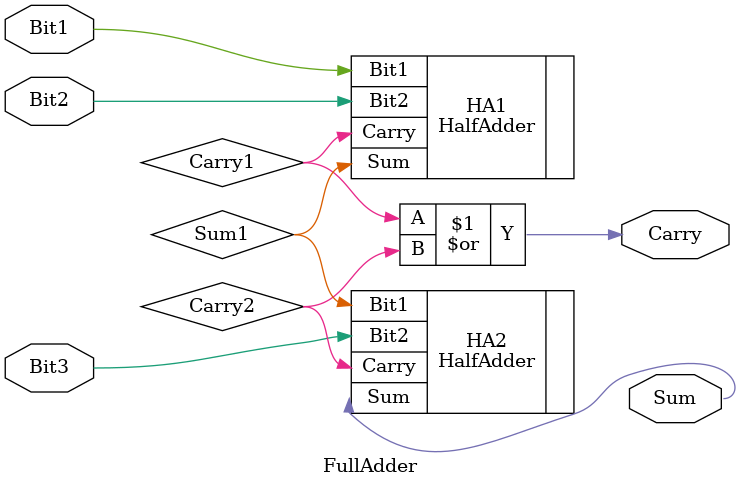
<source format=v>
`include "./half-adder.v"

module FullAdder(
	output	Carry,
			Sum,
	input	Bit1, 
			Bit2, 
			Bit3
);
	wire	Sum1,
			Carry1,
			Carry2;

	HalfAdder 	HA1(.Carry (Carry1),
					.Sum (Sum1),
					.Bit1 (Bit1),
					.Bit2 (Bit2)
					);
	HalfAdder	HA2(.Carry (Carry2),
					.Sum (Sum),
					.Bit1 (Sum1),
					.Bit2 (Bit3)
					);
	
	assign	Carry = Carry1 | Carry2;
endmodule

</source>
